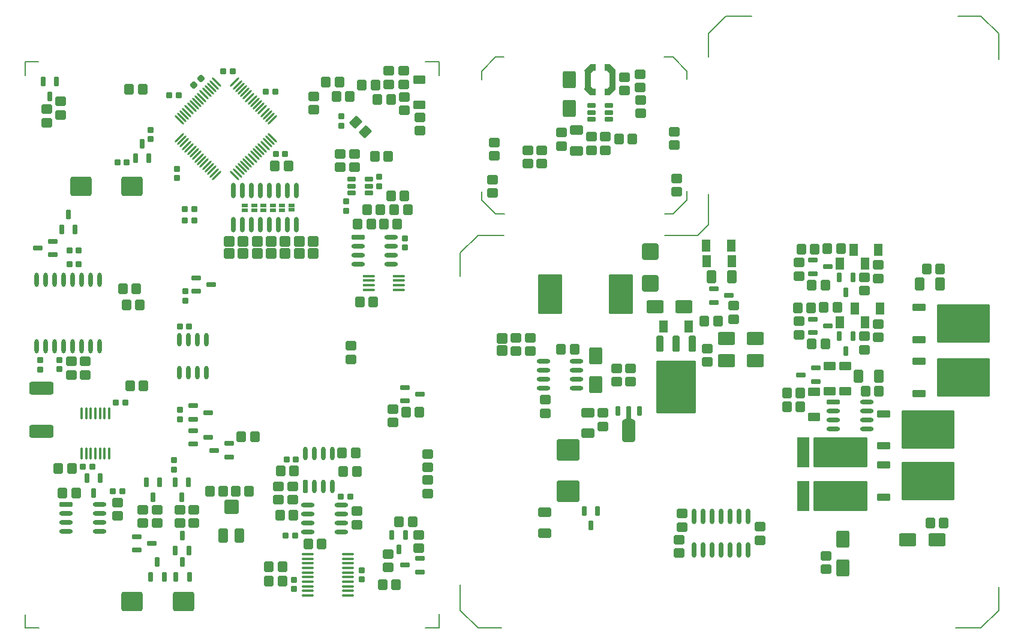
<source format=gtp>
%FSTAX26Y26*%
%MOIN*%
%SFA1B1*%

%IPPOS*%
%AMD11*
4,1,8,-0.040200,-0.035400,0.040200,-0.035400,0.047200,-0.028300,0.047200,0.028300,0.040200,0.035400,-0.040200,0.035400,-0.047200,0.028300,-0.047200,-0.028300,-0.040200,-0.035400,0.0*
1,1,0.014180,-0.040200,-0.028300*
1,1,0.014180,0.040200,-0.028300*
1,1,0.014180,0.040200,0.028300*
1,1,0.014180,-0.040200,0.028300*
%
%AMD12*
4,1,8,0.025600,-0.021800,0.025600,0.021800,0.017900,0.029500,-0.017900,0.029500,-0.025600,0.021800,-0.025600,-0.021800,-0.017900,-0.029500,0.017900,-0.029500,0.025600,-0.021800,0.0*
1,1,0.015360,0.017900,-0.021800*
1,1,0.015360,0.017900,0.021800*
1,1,0.015360,-0.017900,0.021800*
1,1,0.015360,-0.017900,-0.021800*
%
%AMD13*
4,1,8,0.026100,0.024600,-0.026100,0.024600,-0.033500,0.017200,-0.033500,-0.017200,-0.026100,-0.024600,0.026100,-0.024600,0.033500,-0.017200,0.033500,0.017200,0.026100,0.024600,0.0*
1,1,0.014760,0.026100,0.017200*
1,1,0.014760,-0.026100,0.017200*
1,1,0.014760,-0.026100,-0.017200*
1,1,0.014760,0.026100,-0.017200*
%
%AMD14*
4,1,8,0.025600,-0.008300,0.025600,0.008300,0.022000,0.011800,-0.022000,0.011800,-0.025600,0.008300,-0.025600,-0.008300,-0.022000,-0.011800,0.022000,-0.011800,0.025600,-0.008300,0.0*
1,1,0.007080,0.022000,-0.008300*
1,1,0.007080,0.022000,0.008300*
1,1,0.007080,-0.022000,0.008300*
1,1,0.007080,-0.022000,-0.008300*
%
%AMD15*
4,1,8,0.025600,-0.027800,0.025600,0.027800,0.017900,0.035400,-0.017900,0.035400,-0.025600,0.027800,-0.025600,-0.027800,-0.017900,-0.035400,0.017900,-0.035400,0.025600,-0.027800,0.0*
1,1,0.015360,0.017900,-0.027800*
1,1,0.015360,0.017900,0.027800*
1,1,0.015360,-0.017900,0.027800*
1,1,0.015360,-0.017900,-0.027800*
%
%AMD16*
4,1,8,0.021800,0.025600,-0.021800,0.025600,-0.029500,0.017900,-0.029500,-0.017900,-0.021800,-0.025600,0.021800,-0.025600,0.029500,-0.017900,0.029500,0.017900,0.021800,0.025600,0.0*
1,1,0.015360,0.021800,0.017900*
1,1,0.015360,-0.021800,0.017900*
1,1,0.015360,-0.021800,-0.017900*
1,1,0.015360,0.021800,-0.017900*
%
%AMD17*
4,1,8,0.045300,-0.036200,0.045300,0.036200,0.036200,0.045300,-0.036200,0.045300,-0.045300,0.036200,-0.045300,-0.036200,-0.036200,-0.045300,0.036200,-0.045300,0.045300,-0.036200,0.0*
1,1,0.018120,0.036200,-0.036200*
1,1,0.018120,0.036200,0.036200*
1,1,0.018120,-0.036200,0.036200*
1,1,0.018120,-0.036200,-0.036200*
%
%AMD18*
4,1,8,-0.024600,0.026100,-0.024600,-0.026100,-0.017200,-0.033500,0.017200,-0.033500,0.024600,-0.026100,0.024600,0.026100,0.017200,0.033500,-0.017200,0.033500,-0.024600,0.026100,0.0*
1,1,0.014760,-0.017200,0.026100*
1,1,0.014760,-0.017200,-0.026100*
1,1,0.014760,0.017200,-0.026100*
1,1,0.014760,0.017200,0.026100*
%
%AMD20*
4,1,8,0.020800,0.029100,-0.020800,0.029100,-0.029500,0.020400,-0.029500,-0.020400,-0.020800,-0.029100,0.020800,-0.029100,0.029500,-0.020400,0.029500,0.020400,0.020800,0.029100,0.0*
1,1,0.017480,0.020800,0.020400*
1,1,0.017480,-0.020800,0.020400*
1,1,0.017480,-0.020800,-0.020400*
1,1,0.017480,0.020800,-0.020400*
%
%AMD21*
4,1,8,0.013800,0.045000,-0.013800,0.045000,-0.019700,0.039100,-0.019700,-0.039100,-0.013800,-0.045000,0.013800,-0.045000,0.019700,-0.039100,0.019700,0.039100,0.013800,0.045000,0.0*
1,1,0.011820,0.013800,0.039100*
1,1,0.011820,-0.013800,0.039100*
1,1,0.011820,-0.013800,-0.039100*
1,1,0.011820,0.013800,-0.039100*
%
%AMD22*
4,1,8,0.104700,0.147600,-0.104700,0.147600,-0.110200,0.142100,-0.110200,-0.142100,-0.104700,-0.147600,0.104700,-0.147600,0.110200,-0.142100,0.110200,0.142100,0.104700,0.147600,0.0*
1,1,0.011020,0.104700,0.142100*
1,1,0.011020,-0.104700,0.142100*
1,1,0.011020,-0.104700,-0.142100*
1,1,0.011020,0.104700,-0.142100*
%
%AMD23*
4,1,8,0.008300,0.025600,-0.008300,0.025600,-0.011800,0.022000,-0.011800,-0.022000,-0.008300,-0.025600,0.008300,-0.025600,0.011800,-0.022000,0.011800,0.022000,0.008300,0.025600,0.0*
1,1,0.007080,0.008300,0.022000*
1,1,0.007080,-0.008300,0.022000*
1,1,0.007080,-0.008300,-0.022000*
1,1,0.007080,0.008300,-0.022000*
%
%AMD24*
4,1,8,-0.145700,0.102900,-0.145700,-0.102900,-0.140300,-0.108300,0.140300,-0.108300,0.145700,-0.102900,0.145700,0.102900,0.140300,0.108300,-0.140300,0.108300,-0.145700,0.102900,0.0*
1,1,0.010820,-0.140300,0.102900*
1,1,0.010820,-0.140300,-0.102900*
1,1,0.010820,0.140300,-0.102900*
1,1,0.010820,0.140300,0.102900*
%
%AMD25*
4,1,8,-0.037400,0.015000,-0.037400,-0.015000,-0.033700,-0.018700,0.033700,-0.018700,0.037400,-0.015000,0.037400,0.015000,0.033700,0.018700,-0.033700,0.018700,-0.037400,0.015000,0.0*
1,1,0.007480,-0.033700,0.015000*
1,1,0.007480,-0.033700,-0.015000*
1,1,0.007480,0.033700,-0.015000*
1,1,0.007480,0.033700,0.015000*
%
%AMD26*
4,1,8,0.067500,-0.103500,0.067500,0.103500,0.060700,0.110200,-0.060700,0.110200,-0.067500,0.103500,-0.067500,-0.103500,-0.060700,-0.110200,0.060700,-0.110200,0.067500,-0.103500,0.0*
1,1,0.013500,0.060700,-0.103500*
1,1,0.013500,0.060700,0.103500*
1,1,0.013500,-0.060700,0.103500*
1,1,0.013500,-0.060700,-0.103500*
%
%AMD27*
4,1,8,-0.035400,0.040200,-0.035400,-0.040200,-0.028300,-0.047200,0.028300,-0.047200,0.035400,-0.040200,0.035400,0.040200,0.028300,0.047200,-0.028300,0.047200,-0.035400,0.040200,0.0*
1,1,0.014180,-0.028300,0.040200*
1,1,0.014180,-0.028300,-0.040200*
1,1,0.014180,0.028300,-0.040200*
1,1,0.014180,0.028300,0.040200*
%
%AMD28*
4,1,8,0.027800,0.025600,-0.027800,0.025600,-0.035400,0.017900,-0.035400,-0.017900,-0.027800,-0.025600,0.027800,-0.025600,0.035400,-0.017900,0.035400,0.017900,0.027800,0.025600,0.0*
1,1,0.015360,0.027800,0.017900*
1,1,0.015360,-0.027800,0.017900*
1,1,0.015360,-0.027800,-0.017900*
1,1,0.015360,0.027800,-0.017900*
%
%AMD29*
4,1,8,0.052000,0.060000,-0.052000,0.060000,-0.064000,0.048000,-0.064000,-0.048000,-0.052000,-0.060000,0.052000,-0.060000,0.064000,-0.048000,0.064000,0.048000,0.052000,0.060000,0.0*
1,1,0.024000,0.052000,0.048000*
1,1,0.024000,-0.052000,0.048000*
1,1,0.024000,-0.052000,-0.048000*
1,1,0.024000,0.052000,-0.048000*
%
%AMD30*
4,1,8,-0.018700,-0.065000,0.018700,-0.065000,0.037400,-0.046300,0.037400,0.046300,0.018700,0.065000,-0.018700,0.065000,-0.037400,0.046300,-0.037400,-0.046300,-0.018700,-0.065000,0.0*
1,1,0.037400,-0.018700,-0.046300*
1,1,0.037400,0.018700,-0.046300*
1,1,0.037400,0.018700,0.046300*
1,1,0.037400,-0.018700,0.046300*
%
%AMD31*
4,1,8,-0.006900,-0.040400,0.006900,-0.040400,0.013800,-0.033500,0.013800,0.033500,0.006900,0.040400,-0.006900,0.040400,-0.013800,0.033500,-0.013800,-0.033500,-0.006900,-0.040400,0.0*
1,1,0.013780,-0.006900,-0.033500*
1,1,0.013780,0.006900,-0.033500*
1,1,0.013780,0.006900,0.033500*
1,1,0.013780,-0.006900,0.033500*
%
%AMD32*
4,1,8,-0.006900,-0.026600,0.006900,-0.026600,0.013800,-0.019700,0.013800,0.019700,0.006900,0.026600,-0.006900,0.026600,-0.013800,0.019700,-0.013800,-0.019700,-0.006900,-0.026600,0.0*
1,1,0.013780,-0.006900,-0.019700*
1,1,0.013780,0.006900,-0.019700*
1,1,0.013780,0.006900,0.019700*
1,1,0.013780,-0.006900,0.019700*
%
%AMD33*
4,1,8,-0.142000,-0.084100,0.142000,-0.084100,0.150400,-0.075600,0.150400,0.075600,0.142000,0.084100,-0.142000,0.084100,-0.150400,0.075600,-0.150400,-0.075600,-0.142000,-0.084100,0.0*
1,1,0.016820,-0.142000,-0.075600*
1,1,0.016820,0.142000,-0.075600*
1,1,0.016820,0.142000,0.075600*
1,1,0.016820,-0.142000,0.075600*
%
%AMD34*
4,1,8,-0.029400,-0.084100,0.029400,-0.084100,0.032700,-0.080800,0.032700,0.080800,0.029400,0.084100,-0.029400,0.084100,-0.032700,0.080800,-0.032700,-0.080800,-0.029400,-0.084100,0.0*
1,1,0.006540,-0.029400,-0.080800*
1,1,0.006540,0.029400,-0.080800*
1,1,0.006540,0.029400,0.080800*
1,1,0.006540,-0.029400,0.080800*
%
%AMD36*
4,1,8,-0.037400,0.008300,-0.037400,-0.008300,-0.033900,-0.011800,0.033900,-0.011800,0.037400,-0.008300,0.037400,0.008300,0.033900,0.011800,-0.033900,0.011800,-0.037400,0.008300,0.0*
1,1,0.007080,-0.033900,0.008300*
1,1,0.007080,-0.033900,-0.008300*
1,1,0.007080,0.033900,-0.008300*
1,1,0.007080,0.033900,0.008300*
%
%AMD38*
4,1,8,-0.021700,0.010200,-0.021700,-0.010200,-0.019100,-0.012800,0.019100,-0.012800,0.021700,-0.010200,0.021700,0.010200,0.019100,0.012800,-0.019100,0.012800,-0.021700,0.010200,0.0*
1,1,0.005120,-0.019100,0.010200*
1,1,0.005120,-0.019100,-0.010200*
1,1,0.005120,0.019100,-0.010200*
1,1,0.005120,0.019100,0.010200*
%
%AMD39*
4,1,8,0.012600,0.017100,-0.012600,0.017100,-0.017700,0.012000,-0.017700,-0.012000,-0.012600,-0.017100,0.012600,-0.017100,0.017700,-0.012000,0.017700,0.012000,0.012600,0.017100,0.0*
1,1,0.010280,0.012600,0.012000*
1,1,0.010280,-0.012600,0.012000*
1,1,0.010280,-0.012600,-0.012000*
1,1,0.010280,0.012600,-0.012000*
%
%AMD40*
4,1,8,0.016100,0.009000,-0.016100,0.009000,-0.017000,0.008100,-0.017000,-0.008100,-0.016100,-0.009000,0.016100,-0.009000,0.017000,-0.008100,0.017000,0.008100,0.016100,0.009000,0.0*
1,1,0.001800,0.016100,0.008100*
1,1,0.001800,-0.016100,0.008100*
1,1,0.001800,-0.016100,-0.008100*
1,1,0.001800,0.016100,-0.008100*
%
%AMD41*
4,1,8,0.056300,0.035400,-0.056300,0.035400,-0.066900,0.024800,-0.066900,-0.024800,-0.056300,-0.035400,0.056300,-0.035400,0.066900,-0.024800,0.066900,0.024800,0.056300,0.035400,0.0*
1,1,0.021260,0.056300,0.024800*
1,1,0.021260,-0.056300,0.024800*
1,1,0.021260,-0.056300,-0.024800*
1,1,0.021260,0.056300,-0.024800*
%
%AMD43*
4,1,8,0.017100,-0.012600,0.017100,0.012600,0.012000,0.017700,-0.012000,0.017700,-0.017100,0.012600,-0.017100,-0.012600,-0.012000,-0.017700,0.012000,-0.017700,0.017100,-0.012600,0.0*
1,1,0.010280,0.012000,-0.012600*
1,1,0.010280,0.012000,0.012600*
1,1,0.010280,-0.012000,0.012600*
1,1,0.010280,-0.012000,-0.012600*
%
%AMD45*
4,1,8,-0.048400,-0.053100,0.048400,-0.053100,0.059100,-0.042500,0.059100,0.042500,0.048400,0.053100,-0.048400,0.053100,-0.059100,0.042500,-0.059100,-0.042500,-0.048400,-0.053100,0.0*
1,1,0.021260,-0.048400,-0.042500*
1,1,0.021260,0.048400,-0.042500*
1,1,0.021260,0.048400,0.042500*
1,1,0.021260,-0.048400,0.042500*
%
%AMD46*
4,1,8,0.002700,-0.033500,0.033500,-0.002700,0.033500,0.008200,0.008200,0.033500,-0.002700,0.033500,-0.033500,0.002700,-0.033500,-0.008200,-0.008200,-0.033500,0.002700,-0.033500,0.0*
1,1,0.015360,-0.002800,-0.028100*
1,1,0.015360,0.028100,0.002800*
1,1,0.015360,0.002800,0.028100*
1,1,0.015360,-0.028100,-0.002800*
%
%AMD47*
4,1,8,-0.008300,-0.037400,0.008300,-0.037400,0.011800,-0.033900,0.011800,0.033900,0.008300,0.037400,-0.008300,0.037400,-0.011800,0.033900,-0.011800,-0.033900,-0.008300,-0.037400,0.0*
1,1,0.007080,-0.008300,-0.033900*
1,1,0.007080,0.008300,-0.033900*
1,1,0.007080,0.008300,0.033900*
1,1,0.007080,-0.008300,0.033900*
%
%AMD50*
4,1,8,-0.031500,-0.039400,0.031500,-0.039400,0.039400,-0.031500,0.039400,0.031500,0.031500,0.039400,-0.031500,0.039400,-0.039400,0.031500,-0.039400,-0.031500,-0.031500,-0.039400,0.0*
1,1,0.015740,-0.031500,-0.031500*
1,1,0.015740,0.031500,-0.031500*
1,1,0.015740,0.031500,0.031500*
1,1,0.015740,-0.031500,0.031500*
%
%AMD51*
4,1,8,-0.020500,-0.039400,0.020500,-0.039400,0.025600,-0.034200,0.025600,0.034200,0.020500,0.039400,-0.020500,0.039400,-0.025600,0.034200,-0.025600,-0.034200,-0.020500,-0.039400,0.0*
1,1,0.010240,-0.020500,-0.034200*
1,1,0.010240,0.020500,-0.034200*
1,1,0.010240,0.020500,0.034200*
1,1,0.010240,-0.020500,0.034200*
%
%AMD53*
4,1,4,0.017000,-0.025000,0.025000,-0.017000,-0.017000,0.025000,-0.025000,0.017000,0.017000,-0.025000,0.0*
1,1,0.011420,0.021000,-0.021000*
1,1,0.011420,-0.021000,0.021000*
%
%AMD54*
4,1,4,0.025000,0.017000,0.017000,0.025000,-0.025000,-0.017000,-0.017000,-0.025000,0.025000,0.017000,0.0*
1,1,0.011420,0.021000,0.021000*
1,1,0.011420,-0.021000,-0.021000*
%
%AMD55*
4,1,8,-0.021000,-0.003200,-0.003200,-0.021000,0.004000,-0.021000,0.021000,-0.004000,0.021000,0.003200,0.003200,0.021000,-0.004000,0.021000,-0.021000,0.004000,-0.021000,-0.003200,0.0*
1,1,0.010280,-0.017400,0.000400*
1,1,0.010280,0.000400,-0.017400*
1,1,0.010280,0.017400,-0.000400*
1,1,0.010280,-0.000400,0.017400*
%
%ADD10C,0.008000*%
G04~CAMADD=11~8~0.0~0.0~944.9~708.7~70.9~0.0~15~0.0~0.0~0.0~0.0~0~0.0~0.0~0.0~0.0~0~0.0~0.0~0.0~180.0~944.0~708.0*
%ADD11D11*%
G04~CAMADD=12~8~0.0~0.0~590.6~511.8~76.8~0.0~15~0.0~0.0~0.0~0.0~0~0.0~0.0~0.0~0.0~0~0.0~0.0~0.0~270.0~512.0~590.0*
%ADD12D12*%
G04~CAMADD=13~8~0.0~0.0~669.3~492.1~73.8~0.0~15~0.0~0.0~0.0~0.0~0~0.0~0.0~0.0~0.0~0~0.0~0.0~0.0~0.0~669.3~492.1*
%ADD13D13*%
G04~CAMADD=14~8~0.0~0.0~236.2~511.8~35.4~0.0~15~0.0~0.0~0.0~0.0~0~0.0~0.0~0.0~0.0~0~0.0~0.0~0.0~270.0~512.0~236.0*
%ADD14D14*%
G04~CAMADD=15~8~0.0~0.0~708.7~511.8~76.8~0.0~15~0.0~0.0~0.0~0.0~0~0.0~0.0~0.0~0.0~0~0.0~0.0~0.0~270.0~512.0~708.0*
%ADD15D15*%
G04~CAMADD=16~8~0.0~0.0~590.6~511.8~76.8~0.0~15~0.0~0.0~0.0~0.0~0~0.0~0.0~0.0~0.0~0~0.0~0.0~0.0~0.0~590.6~511.8*
%ADD16D16*%
G04~CAMADD=17~8~0.0~0.0~905.5~905.5~90.6~0.0~15~0.0~0.0~0.0~0.0~0~0.0~0.0~0.0~0.0~0~0.0~0.0~0.0~270.0~906.0~906.0*
%ADD17D17*%
G04~CAMADD=18~8~0.0~0.0~669.3~492.1~73.8~0.0~15~0.0~0.0~0.0~0.0~0~0.0~0.0~0.0~0.0~0~0.0~0.0~0.0~90.0~492.0~670.0*
%ADD18D18*%
%ADD19O,0.074800X0.023620*%
G04~CAMADD=20~8~0.0~0.0~590.6~582.7~87.4~0.0~15~0.0~0.0~0.0~0.0~0~0.0~0.0~0.0~0.0~0~0.0~0.0~0.0~0.0~590.6~582.7*
%ADD20D20*%
G04~CAMADD=21~8~0.0~0.0~393.7~900.0~59.1~0.0~15~0.0~0.0~0.0~0.0~0~0.0~0.0~0.0~0.0~0~0.0~0.0~0.0~0.0~393.7~900.0*
%ADD21D21*%
G04~CAMADD=22~8~0.0~0.0~2204.7~2952.8~55.1~0.0~15~0.0~0.0~0.0~0.0~0~0.0~0.0~0.0~0.0~0~0.0~0.0~0.0~0.0~2204.7~2952.8*
%ADD22D22*%
G04~CAMADD=23~8~0.0~0.0~236.2~511.8~35.4~0.0~15~0.0~0.0~0.0~0.0~0~0.0~0.0~0.0~0.0~0~0.0~0.0~0.0~0.0~236.2~511.8*
%ADD23D23*%
G04~CAMADD=24~8~0.0~0.0~2165.4~2913.4~54.1~0.0~15~0.0~0.0~0.0~0.0~0~0.0~0.0~0.0~0.0~0~0.0~0.0~0.0~90.0~2914.0~2166.0*
%ADD24D24*%
G04~CAMADD=25~8~0.0~0.0~374.0~748.0~37.4~0.0~15~0.0~0.0~0.0~0.0~0~0.0~0.0~0.0~0.0~0~0.0~0.0~0.0~90.0~748.0~374.0*
%ADD25D25*%
G04~CAMADD=26~8~0.0~0.0~2204.7~1350.0~67.5~0.0~15~0.0~0.0~0.0~0.0~0~0.0~0.0~0.0~0.0~0~0.0~0.0~0.0~270.0~1350.0~2204.0*
%ADD26D26*%
G04~CAMADD=27~8~0.0~0.0~944.9~708.7~70.9~0.0~15~0.0~0.0~0.0~0.0~0~0.0~0.0~0.0~0.0~0~0.0~0.0~0.0~90.0~708.0~944.0*
%ADD27D27*%
G04~CAMADD=28~8~0.0~0.0~708.7~511.8~76.8~0.0~15~0.0~0.0~0.0~0.0~0~0.0~0.0~0.0~0.0~0~0.0~0.0~0.0~0.0~708.7~511.8*
%ADD28D28*%
G04~CAMADD=29~8~0.0~0.0~1279.5~1200.0~120.0~0.0~15~0.0~0.0~0.0~0.0~0~0.0~0.0~0.0~0.0~0~0.0~0.0~0.0~0.0~1279.5~1200.0*
%ADD29D29*%
G04~CAMADD=30~8~0.0~0.0~748.0~1299.2~187.0~0.0~15~0.0~0.0~0.0~0.0~0~0.0~0.0~0.0~0.0~0~0.0~0.0~0.0~180.0~749.0~1300.0*
%ADD30D30*%
G04~CAMADD=31~8~0.0~0.0~275.6~808.7~68.9~0.0~15~0.0~0.0~0.0~0.0~0~0.0~0.0~0.0~0.0~0~0.0~0.0~0.0~180.0~276.0~809.0*
%ADD31D31*%
G04~CAMADD=32~8~0.0~0.0~275.6~531.5~68.9~0.0~15~0.0~0.0~0.0~0.0~0~0.0~0.0~0.0~0.0~0~0.0~0.0~0.0~180.0~276.0~532.0*
%ADD32D32*%
G04~CAMADD=33~8~0.0~0.0~3007.9~1681.1~84.1~0.0~15~0.0~0.0~0.0~0.0~0~0.0~0.0~0.0~0.0~0~0.0~0.0~0.0~180.0~3008.0~1681.0*
%ADD33D33*%
G04~CAMADD=34~8~0.0~0.0~653.5~1681.1~32.7~0.0~15~0.0~0.0~0.0~0.0~0~0.0~0.0~0.0~0.0~0~0.0~0.0~0.0~180.0~654.0~1682.0*
%ADD34D34*%
%ADD35O,0.023620X0.086610*%
G04~CAMADD=36~8~0.0~0.0~236.2~748.0~35.4~0.0~15~0.0~0.0~0.0~0.0~0~0.0~0.0~0.0~0.0~0~0.0~0.0~0.0~90.0~748.0~236.0*
%ADD36D36*%
%ADD37R,0.035430X0.098430*%
G04~CAMADD=38~8~0.0~0.0~255.9~433.1~25.6~0.0~15~0.0~0.0~0.0~0.0~0~0.0~0.0~0.0~0.0~0~0.0~0.0~0.0~90.0~434.0~256.0*
%ADD38D38*%
G04~CAMADD=39~8~0.0~0.0~354.3~342.5~51.4~0.0~15~0.0~0.0~0.0~0.0~0~0.0~0.0~0.0~0.0~0~0.0~0.0~0.0~0.0~354.3~342.5*
%ADD39D39*%
G04~CAMADD=40~8~0.0~0.0~340.0~180.0~9.0~0.0~15~0.0~0.0~0.0~0.0~0~0.0~0.0~0.0~0.0~0~0.0~0.0~0.0~0.0~340.0~180.0*
%ADD40D40*%
G04~CAMADD=41~8~0.0~0.0~1338.6~708.7~106.3~0.0~15~0.0~0.0~0.0~0.0~0~0.0~0.0~0.0~0.0~0~0.0~0.0~0.0~0.0~1338.6~708.7*
%ADD41D41*%
%ADD42O,0.023620X0.078740*%
G04~CAMADD=43~8~0.0~0.0~354.3~342.5~51.4~0.0~15~0.0~0.0~0.0~0.0~0~0.0~0.0~0.0~0.0~0~0.0~0.0~0.0~270.0~343.0~354.0*
%ADD43D43*%
%ADD44O,0.066930X0.016000*%
G04~CAMADD=45~8~0.0~0.0~1181.1~1063.0~106.3~0.0~15~0.0~0.0~0.0~0.0~0~0.0~0.0~0.0~0.0~0~0.0~0.0~0.0~180.0~1182.0~1063.0*
%ADD45D45*%
G04~CAMADD=46~8~0.0~0.0~590.6~511.8~76.8~0.0~15~0.0~0.0~0.0~0.0~0~0.0~0.0~0.0~0.0~0~0.0~0.0~0.0~225.0~717.0~715.0*
%ADD46D46*%
G04~CAMADD=47~8~0.0~0.0~236.2~748.0~35.4~0.0~15~0.0~0.0~0.0~0.0~0~0.0~0.0~0.0~0.0~0~0.0~0.0~0.0~180.0~236.0~748.0*
%ADD47D47*%
%ADD48O,0.023620X0.074800*%
%ADD49O,0.066930X0.013780*%
G04~CAMADD=50~8~0.0~0.0~787.4~787.4~78.7~0.0~15~0.0~0.0~0.0~0.0~0~0.0~0.0~0.0~0.0~0~0.0~0.0~0.0~180.0~788.0~788.0*
%ADD50D50*%
G04~CAMADD=51~8~0.0~0.0~511.8~787.4~51.2~0.0~15~0.0~0.0~0.0~0.0~0~0.0~0.0~0.0~0.0~0~0.0~0.0~0.0~180.0~512.0~788.0*
%ADD51D51*%
%ADD52O,0.013780X0.066930*%
G04~CAMADD=53~3~0.0~0.0~114.2~708.7~0.0~0.0~0~0.0~0.0~0.0~0.0~0~0.0~0.0~0.0~0.0~0~0.0~0.0~0.0~225.0~534.0~534.0*
%ADD53D53*%
G04~CAMADD=54~3~0.0~0.0~114.2~708.7~0.0~0.0~0~0.0~0.0~0.0~0.0~0~0.0~0.0~0.0~0.0~0~0.0~0.0~0.0~315.0~534.0~534.0*
%ADD54D54*%
G04~CAMADD=55~8~0.0~0.0~354.3~342.5~51.4~0.0~15~0.0~0.0~0.0~0.0~0~0.0~0.0~0.0~0.0~0~0.0~0.0~0.0~135.0~450.0~450.0*
%ADD55D55*%
%LNunisolder52_full-1*%
%LPD*%
G36*
X048006Y0570207D02*
Y0569321D01*
X0476812Y0566073*
X0473859*
Y0569813*
X0475139*
X0476516Y0571191*
X048006Y0570207*
G37*
G36*
X0467658Y0569813D02*
X0468938D01*
Y0566073*
X0465985*
X0462737Y0569321*
Y0570207*
X046628Y0571191*
X0467658Y0569813*
G37*
G36*
X048006Y0580148D02*
Y0579262D01*
X0476516Y0578278*
X0475139Y0579656*
X0473859*
Y0583396*
X0476812*
X048006Y0580148*
G37*
G36*
X0468938Y0579656D02*
X0467658D01*
X046628Y0578278*
X0462737Y0579262*
Y0580148*
X0465985Y0583396*
X0468938*
Y0579656*
G37*
G54D10*
X040353Y0488176D02*
X041779D01*
X039369Y0478336D02*
X040353Y0488176D01*
X039369Y0465376D02*
Y0478336D01*
X015187Y0584646D02*
X015935D01*
X015187Y0577067D02*
Y0584646D01*
Y0269685D02*
X0159449D01*
X015187D02*
Y0277165D01*
X038189Y0269685D02*
Y0277264D01*
X037441Y0269685D02*
X038189D01*
X0374311Y0584646D02*
X038189D01*
Y0577165D02*
Y0584646D01*
X0393714Y0279514D02*
Y0293774D01*
Y0279514D02*
X0403554Y0269674D01*
X0416514*
X0692911Y0279525D02*
Y0292485D01*
X0683071Y0269685D02*
X0692911Y0279525D01*
X0668811Y0269685D02*
X0683071D01*
X0670113Y0610234D02*
X0683073D01*
X0692913Y0600394*
Y0586134D02*
Y0600394D01*
X0531498Y0587436D02*
Y0600396D01*
X0541338Y0610236*
X0555598*
X0405512Y0574803D02*
Y0579528D01*
X0413386Y0587402*
X0417815*
X0519685Y0575098D02*
Y0579528D01*
X0511811Y0587402D02*
X0519685Y0579528D01*
X0507087Y0587402D02*
X0511811D01*
X0507382Y05D02*
X0511811D01*
X0519685Y0507874*
Y0512598*
X0405512Y0507874D02*
Y0512303D01*
Y0507874D02*
X0413386Y05D01*
X041811*
X0531496Y0494095D02*
Y0510991D01*
X0525604Y0488202D02*
X0531507Y0494105D01*
X0507407Y0488202D02*
X0525604D01*
G54D11*
X0541535Y0418307D03*
X0557677D03*
Y0430709D03*
X0541535D03*
X0518024Y0448269D03*
X0501883D03*
X0642323Y0318898D03*
X0658465D03*
G54D12*
X0575098Y0400393D03*
X0582579D03*
X0575098Y0392618D03*
X0582579D03*
X0618799Y0401279D03*
X062628D03*
X0605118Y0480709D03*
X0597638D03*
X0449701Y0424588D03*
X0457181D03*
X0589075Y0460434D03*
X0596555D03*
X0652854Y0469488D03*
X0660335D03*
X0536811Y0440453D03*
X052933D03*
X0662321Y0328235D03*
X0654841D03*
X0589075Y0427658D03*
X0596555D03*
X060315Y0447933D03*
X0595669D03*
X0581201Y0447638D03*
X0588681D03*
X0583169Y0480315D03*
X059065D03*
X0489272Y0541634D03*
X0481791D03*
X0356988Y0502264D03*
X0364469D03*
X0335531Y0367065D03*
X0328051D03*
X0336132Y0356665D03*
X0328651D03*
X0172717Y0344765D03*
X0180197D03*
X0301331Y0356965D03*
X0293851D03*
X0294882Y0295866D03*
X0287402D03*
X0355216Y0510039D03*
X0362697D03*
X0276331Y0345702D03*
X0268851D03*
X0344181Y0494465D03*
X0336701D03*
X034626Y0531988D03*
X035374D03*
X0358581Y0494465D03*
X0351101D03*
X0349311Y0502264D03*
X0341831D03*
X0279532Y0376142D03*
X0272051D03*
X0370932Y0389665D03*
X0363451D03*
X0367225Y0328838D03*
X0359744D03*
X0300932Y0332365D03*
X0293451D03*
X020612Y0458365D03*
X02136D03*
X0208187Y0449565D03*
X0215667D03*
X021012Y0404365D03*
X02176D03*
X0217131Y0569365D03*
X0209651D03*
X0347751Y0563865D03*
X0355231D03*
X0290651Y0526665D03*
X0298131D03*
X0170353Y0358265D03*
X0177833D03*
X0357972Y0293602D03*
X0350492D03*
X0346532Y0571665D03*
X0339051D03*
X0261931Y0345702D03*
X0254451D03*
X0316632Y0316465D03*
X0309151D03*
X0318951Y0573265D03*
X0326431D03*
X0332314Y0565506D03*
X0324833D03*
X0294882Y0303642D03*
X0287402D03*
X0345276Y0450984D03*
X0337795D03*
G54D13*
X0598917Y0415453D03*
Y0401476D03*
X0590354Y0387106D03*
Y0401083D03*
X060748Y0415453D03*
Y0401476D03*
X0371027Y0574679D03*
Y0560703D03*
G54D14*
X0591141Y0406791D03*
Y0414272D03*
X0582873Y0410532D03*
X0597835Y0470571D03*
X0589567Y0466831D03*
Y0474312D03*
X0534527Y0458363D03*
Y0450883D03*
X0542795Y0454623D03*
X0597835Y0437796D03*
X0589567Y0434056D03*
Y0441536D03*
X0167252Y0477268D03*
Y0484748D03*
X0158984Y0481008D03*
X0265225Y0364825D03*
Y0372305D03*
X0256958Y0368565D03*
X0371225Y0300887D03*
Y0308368D03*
X0362958Y0304628D03*
Y0403506D03*
Y0396025D03*
X0371225Y0399765D03*
X0255254Y0460765D03*
X0246986Y0457025D03*
Y0464505D03*
X0245257Y0393305D03*
Y0385825D03*
X0253525Y0389565D03*
X0245257Y0379505D03*
Y0372025D03*
X0253525Y0375765D03*
X0213976Y0320498D03*
Y0313017D03*
X0222244Y0316757D03*
G54D15*
X0626378Y0409646D03*
X0614961D03*
X0660335Y0461122D03*
X0648917D03*
X0544685Y046496D03*
X0533268D03*
G54D16*
X047286Y0381823D03*
Y0389303D03*
X04409Y0396602D03*
Y0389121D03*
X058189Y0472934D03*
Y0465453D03*
X0531004Y0425197D03*
Y0417717D03*
X0625984Y0464174D03*
Y0471654D03*
X0618209Y0457284D03*
Y0464764D03*
X0488347Y0414116D03*
Y0406636D03*
X0596949Y0302362D03*
Y0309842D03*
X0480628Y0414116D03*
Y0406636D03*
X04325Y0431161D03*
Y042368D03*
X04247Y0431161D03*
Y042368D03*
X0545635Y0449038D03*
Y0441558D03*
X0625984Y0431398D03*
Y0438878D03*
X0618209Y0424508D03*
Y0431989D03*
X058189Y0440256D03*
Y0432776D03*
X0516928Y0333268D03*
Y0325787D03*
X0515255Y0311319D03*
Y0318799D03*
X0560335Y0318504D03*
Y0325984D03*
X0474409Y0543012D03*
Y0535531D03*
X0512697Y0545866D03*
Y0538386D03*
X0449909Y0537778D03*
Y0545258D03*
X0484998Y0576203D03*
Y0568723D03*
X0493598Y0570323D03*
Y0577803D03*
X0431109Y0535464D03*
Y0527984D03*
X0466608Y0543027D03*
Y0535546D03*
X0438909Y0535464D03*
Y0527984D03*
X0411698Y0519203D03*
Y0511723D03*
X0513798Y0519903D03*
Y0512423D03*
X0412598Y0539903D03*
Y0532423D03*
X0493799Y0563386D03*
Y0555905D03*
X0356091Y0383925D03*
Y0391406D03*
X0375491Y0359025D03*
Y0366506D03*
Y0344425D03*
Y0351905D03*
X020315Y0331988D03*
Y0339469D03*
X0185291Y0410425D03*
Y0417906D03*
X0177491Y0410425D03*
Y0417906D03*
X0292691Y0348406D03*
Y0340925D03*
X0300491D03*
Y0348406D03*
X0362108Y057217D03*
Y057965D03*
X0370491Y0321468D03*
Y0313987D03*
X0371376Y0553819D03*
Y0546338D03*
X0336091Y0327225D03*
Y0334705D03*
X0353883Y0579674D03*
Y0572193D03*
X0163791Y0550835D03*
Y0558315D03*
X0362608Y056515D03*
Y055767D03*
X0327041Y0525953D03*
Y0533433D03*
X0334841Y0526053D03*
Y0533533D03*
X0225291Y0327925D03*
Y0335405D03*
X0237841Y0327925D03*
Y0335405D03*
X0217391Y0327925D03*
Y0335405D03*
X024574Y0327925D03*
Y0335405D03*
X0312291Y0565406D03*
Y0557925D03*
X0353445Y0310827D03*
Y0303346D03*
X0332874Y0419095D03*
Y0426575D03*
X0171591Y0562605D03*
Y0555125D03*
G54D17*
X049929Y0479073D03*
Y0461357D03*
G54D18*
X0612106Y0480119D03*
X0626083D03*
X0618701Y0439764D03*
X0604724D03*
X0618701Y047254D03*
X0604725D03*
X0506496Y0437402D03*
X0520472D03*
X0544426Y0473735D03*
X053045D03*
X0612894Y044754D03*
X062687D03*
X0530413Y0482283D03*
X054439D03*
G54D19*
X0439767Y0418047D03*
Y0413047D03*
Y0408047D03*
Y0403047D03*
X0458271Y0418047D03*
Y0413047D03*
Y0408047D03*
Y0403047D03*
X0600984Y0390295D03*
Y0385295D03*
Y0380295D03*
X0619488Y0395295D03*
Y0390295D03*
Y0385295D03*
Y0380295D03*
X0309039Y0337965D03*
Y0332965D03*
Y0327965D03*
Y0322965D03*
X0327543Y0337965D03*
Y0332965D03*
Y0327965D03*
Y0322965D03*
X0355393Y0472165D03*
Y0477165D03*
Y0482165D03*
Y0487165D03*
X0336889Y0472165D03*
Y0477165D03*
Y0482165D03*
X019313Y0323265D03*
Y0328265D03*
Y0333265D03*
Y0338265D03*
X0174626Y0323265D03*
Y0328265D03*
Y0333265D03*
G54D20*
X04169Y0424035D03*
Y0430806D03*
X0311891Y0484761D03*
Y0477989D03*
X0304091Y0484761D03*
Y0477989D03*
X0296351Y0484761D03*
Y0477989D03*
X0265218Y0484727D03*
Y0477955D03*
X0272991Y0484761D03*
Y0477989D03*
X0288591Y0484761D03*
Y0477989D03*
X0280791Y0484761D03*
Y0477989D03*
G54D21*
X0504626Y0427716D03*
X0513681D03*
X0522736D03*
G54D22*
X0513681Y0403805D03*
G54D23*
X0611811Y0464764D03*
X0604331D03*
X0608071Y0456496D03*
X0470012Y0334866D03*
X0462532D03*
X0466272Y0326598D03*
X0608071Y0423721D03*
X0604331Y0431989D03*
X0611811D03*
X017597Y0499687D03*
X017971Y049142D03*
X017223D03*
X023563Y0298228D03*
X024311D03*
X023937Y0306496D03*
X0221654Y0298228D03*
X0229134D03*
X0225394Y0306496D03*
X0213153Y0530905D03*
X0220633D03*
X0216893Y0539173D03*
X0359449Y0313287D03*
X0355709Y0321555D03*
X0363189D03*
X0169332Y0573599D03*
X0161851D03*
X0165591Y0565332D03*
X0226731Y0350599D03*
X0219251D03*
X0222991Y0342332D03*
X0242731Y0350599D03*
X0235251D03*
X0238991Y0342332D03*
X023535Y0312725D03*
X024283D03*
X023909Y0320993D03*
X0193597Y0353071D03*
X0186117D03*
X0189857Y0344803D03*
G54D24*
X0673228Y0438976D03*
Y0409055D03*
X0653543Y0379921D03*
Y0351279D03*
G54D25*
X0648622Y043D03*
Y0447953D03*
Y0400079D03*
Y0418032D03*
X0628937Y0388898D03*
Y0370945D03*
Y0360256D03*
Y0342303D03*
G54D26*
X0482941Y0455394D03*
X0443572D03*
G54D27*
X0469027Y0421134D03*
Y0404992D03*
X0606299Y0319193D03*
Y0303051D03*
X0454173Y0574851D03*
Y0558709D03*
G54D28*
X0464542Y0389325D03*
Y0377908D03*
X0440705Y0333986D03*
Y0322569D03*
X0458268Y0546653D03*
Y0535236D03*
G54D29*
X0453669Y0368893D03*
Y0345696D03*
G54D30*
X048725Y0379495D03*
G54D31*
X048725Y0389094D03*
G54D32*
X0493156Y039042D03*
X0481345D03*
G54D33*
X0604862Y0343209D03*
Y0367421D03*
G54D34*
X0584202Y0343209D03*
Y0367421D03*
G54D35*
X0553484Y033189D03*
X0548484D03*
X0543484D03*
X0538484D03*
X0533484D03*
X0528484D03*
X0523484D03*
X0553484Y0312992D03*
X0548484D03*
X0543484D03*
X0538484D03*
X0533484D03*
X0528484D03*
X0523484D03*
X0267491Y0494028D03*
X0272491D03*
X0277491D03*
X0282491D03*
X0287491D03*
X0292491D03*
X0297491D03*
X0302491D03*
X0267491Y0512925D03*
X0272491D03*
X0277491D03*
X0282491D03*
X0287491D03*
X0292491D03*
X0297491D03*
X0302491D03*
G54D36*
X0600984Y0395295D03*
X0336889Y0487165D03*
X0174626Y0338265D03*
G54D37*
X0478288Y0574735D03*
X0464509D03*
G54D38*
X0466674Y0560275D03*
Y0556535D03*
Y0552795D03*
X0476123D03*
Y0556535D03*
Y0560275D03*
X0342825Y0511829D03*
Y051557D03*
Y051931D03*
X0333376D03*
Y051557D03*
Y0511829D03*
G54D39*
X0237992Y0391D03*
Y0385772D03*
X0240846Y0451717D03*
Y0456945D03*
X0170823Y041888D03*
Y0413651D03*
X0160391Y0413551D03*
Y041878D03*
X0338991Y0296651D03*
Y030188D03*
X0330217Y0501717D03*
Y0506945D03*
X0362795Y0481244D03*
Y0486472D03*
X03486Y0515518D03*
Y0520746D03*
X0221692Y0541597D03*
Y0546825D03*
X0327633Y0554342D03*
Y0549114D03*
X0234547Y0357705D03*
Y0362933D03*
X0236191Y0519951D03*
Y0525179D03*
X0301391Y0291251D03*
Y029648D03*
G54D40*
X03Y0504843D03*
Y0502243D03*
X0284304Y0502165D03*
Y0504765D03*
X0279102D03*
Y0502165D03*
X0273901D03*
Y0504765D03*
X0289506D03*
Y0502165D03*
X0294707D03*
Y0504765D03*
G54D41*
X0160991Y0403165D03*
Y0379165D03*
G54D42*
X0193091Y0463269D03*
X0188091D03*
X0183091D03*
X0178091D03*
X0173091D03*
X0168091D03*
X0163091D03*
X0158091D03*
X0193091Y0426261D03*
X0188091D03*
X0183091D03*
X0178091D03*
X0173091D03*
X0168091D03*
X0163091D03*
X0158091D03*
G54D43*
X0176477Y0471965D03*
X0181705D03*
X0332606Y0342765D03*
X0327377D03*
X0240677Y0496265D03*
X0245905D03*
Y0502665D03*
X0240677D03*
X0176443Y047968D03*
X0181671D03*
X0203188Y0528821D03*
X0208417D03*
X0200732Y0345669D03*
X0205961D03*
X0290905Y0568165D03*
X0285677D03*
X0291177Y0533265D03*
X0296406D03*
X0297177Y0363565D03*
X0302406D03*
X0301805Y0320965D03*
X0296577D03*
X0207606Y0395165D03*
X0202377D03*
X0237777Y0437465D03*
X0243005D03*
X0183975Y0359461D03*
X0189203D03*
X0237105Y0565965D03*
X0231877D03*
X0267206Y0579265D03*
X0261977D03*
G54D44*
X0359509Y0457822D03*
Y0460381D03*
Y046294D03*
Y0465499D03*
X0342973Y0457822D03*
Y0460381D03*
Y046294D03*
Y0465499D03*
G54D45*
X0211319Y0515551D03*
X0182973D03*
X0211418Y0284365D03*
X0239765D03*
G54D46*
X0335747Y055111D03*
X0341036Y0545821D03*
G54D47*
X0307491Y0348313D03*
G54D48*
X0312491Y0348313D03*
X0317491D03*
X0322491D03*
X0307491Y0366817D03*
X0312491D03*
X0317491D03*
X0322491D03*
X0237591Y0411613D03*
X0242591D03*
X0247591D03*
X0252591D03*
X0237591Y0430117D03*
X0242591D03*
X0247591D03*
X0252591D03*
G54D49*
X0331412Y028775D03*
Y0290309D03*
Y0292868D03*
Y0295427D03*
Y0297986D03*
Y0300545D03*
Y0303104D03*
Y0305663D03*
X0308971Y0297986D03*
Y0300545D03*
Y0303104D03*
Y0305663D03*
Y0308222D03*
Y0310781D03*
X0331412D03*
Y0308222D03*
X0308971Y0295427D03*
Y0292868D03*
Y0290309D03*
Y028775D03*
G54D50*
X0266491Y0336939D03*
G54D51*
X0271019Y0321191D03*
X0261964D03*
G54D52*
X0198568Y0389086D03*
X0196009D03*
X019345D03*
X0190891D03*
X0188332D03*
X0185773D03*
X0183214D03*
X0198568Y0366645D03*
X0196009D03*
X019345D03*
X0190891D03*
X0188332D03*
X0185773D03*
X0183214D03*
G54D53*
X0289282Y0542354D03*
X028789Y0540962D03*
X0286498Y0539571D03*
X0285106Y0538178D03*
X0283714Y0536787D03*
X0282322Y0535395D03*
X028093Y0534003D03*
X0279538Y0532611D03*
X0278146Y0531219D03*
X0276754Y0529827D03*
X0275362Y0528435D03*
X027397Y0527043D03*
X0272578Y0525651D03*
X0271186Y0524259D03*
X0269794Y0522867D03*
X0268402Y0521475D03*
X0237501Y0552376D03*
X0238893Y0553768D03*
X0240285Y055516D03*
X0241677Y0556552D03*
X0243069Y0557944D03*
X0244461Y0559336D03*
X0245853Y0560728D03*
X0247245Y056212D03*
X0248637Y0563512D03*
X0250029Y0564904D03*
X0251421Y0566296D03*
X0252813Y0567688D03*
X0254205Y056908D03*
X0255596Y0570472D03*
X0256988Y0571864D03*
X025838Y0573255D03*
G54D54*
X025838Y0521475D03*
X0256988Y0522867D03*
X0255596Y0524259D03*
X0254205Y0525651D03*
X0252813Y0527043D03*
X0251421Y0528435D03*
X0250029Y0529827D03*
X0248637Y0531219D03*
X0247245Y0532611D03*
X0245853Y0534003D03*
X0244461Y0535395D03*
X0243069Y0536787D03*
X0241677Y0538178D03*
X0240285Y0539571D03*
X0238893Y0540962D03*
X0237501Y0542354D03*
X0268402Y0573255D03*
X0269794Y0571864D03*
X0271186Y0570472D03*
X0272578Y056908D03*
X027397Y0567688D03*
X0275362Y0566296D03*
X0276754Y0564904D03*
X0278146Y0563512D03*
X0279538Y056212D03*
X028093Y0560728D03*
X0282322Y0559336D03*
X0283714Y0557944D03*
X0285106Y0556552D03*
X0286498Y055516D03*
X028789Y0553768D03*
X0289282Y0552376D03*
G54D55*
X0245743Y0571717D03*
X024944Y0575414D03*
M02*
</source>
